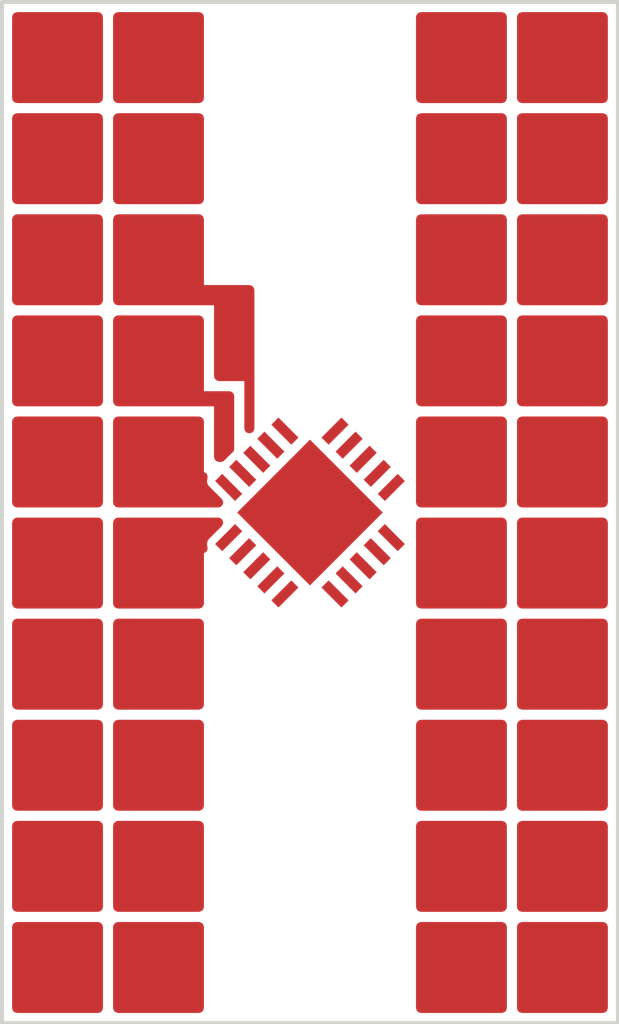
<source format=kicad_pcb>
(kicad_pcb (version 20221018) (generator pcbnew)
  (layers (0 "F.Cu" signal) (31 "B.Cu" signal) (34 "B.Paste" user) (35 "F.Paste" user) (36 "B.SilkS" user "B.Silkscreen") (37 "F.SilkS" user "F.Silkscreen") (38 "B.Mask" user) (39 "F.Mask" user) (44 "Edge.Cuts" user))
  (net 0 "")
  (footprint "footprints:WQFN20_RRQ_TEX-L" (layer "F.Cu") (at 127 87.63 -45)
    (fp_text reference "REF**" hide)
    (fp_text value "WQFN20_RRQ_TEX")
    (pad "1" smd rect (at -1.8923 -1.000252 45) (size 0.254 0.7112) (layers "F.Cu" "F.Paste" "F.Mask"))
    (pad "2" smd rect (at -1.8923 -0.500126 45) (size 0.254 0.7112) (layers "F.Cu" "F.Paste" "F.Mask"))
    (pad "3" smd rect (at -1.8923 0 45) (size 0.254 0.7112) (layers "F.Cu" "F.Paste" "F.Mask"))
    (pad "4" smd rect (at -1.8923 0.500126 45) (size 0.254 0.7112) (layers "F.Cu" "F.Paste" "F.Mask"))
    (pad "5" smd rect (at -1.8923 1.000252 45) (size 0.254 0.7112) (layers "F.Cu" "F.Paste" "F.Mask"))
    (pad "6" smd rect (at -1.000252 1.8923 315) (size 0.254 0.7112) (layers "F.Cu" "F.Paste" "F.Mask"))
    (pad "7" smd rect (at -0.500126 1.8923 315) (size 0.254 0.7112) (layers "F.Cu" "F.Paste" "F.Mask"))
    (pad "8" smd rect (at 0 1.8923 315) (size 0.254 0.7112) (layers "F.Cu" "F.Paste" "F.Mask"))
    (pad "9" smd rect (at 0.500126 1.8923 315) (size 0.254 0.7112) (layers "F.Cu" "F.Paste" "F.Mask"))
    (pad "10" smd rect (at 1.000252 1.8923 315) (size 0.254 0.7112) (layers "F.Cu" "F.Paste" "F.Mask"))
    (pad "11" smd rect (at 1.8923 1.000252 45) (size 0.254 0.7112) (layers "F.Cu" "F.Paste" "F.Mask"))
    (pad "12" smd rect (at 1.8923 0.500126 45) (size 0.254 0.7112) (layers "F.Cu" "F.Paste" "F.Mask"))
    (pad "13" smd rect (at 1.8923 0 45) (size 0.254 0.7112) (layers "F.Cu" "F.Paste" "F.Mask"))
    (pad "14" smd rect (at 1.8923 -0.500126 45) (size 0.254 0.7112) (layers "F.Cu" "F.Paste" "F.Mask"))
    (pad "15" smd rect (at 1.8923 -1.000252 45) (size 0.254 0.7112) (layers "F.Cu" "F.Paste" "F.Mask"))
    (pad "16" smd rect (at 1.000252 -1.8923 315) (size 0.254 0.7112) (layers "F.Cu" "F.Paste" "F.Mask"))
    (pad "17" smd rect (at 0.500126 -1.8923 315) (size 0.254 0.7112) (layers "F.Cu" "F.Paste" "F.Mask"))
    (pad "18" smd rect (at 0 -1.8923 315) (size 0.254 0.7112) (layers "F.Cu" "F.Paste" "F.Mask"))
    (pad "19" smd rect (at -0.500126 -1.8923 315) (size 0.254 0.7112) (layers "F.Cu" "F.Paste" "F.Mask"))
    (pad "20" smd rect (at -1.000252 -1.8923 315) (size 0.254 0.7112) (layers "F.Cu" "F.Paste" "F.Mask"))
    (pad "21" smd rect (at 0 0 315) (size 2.5908 2.5908) (layers "F.Cu" "F.Mask"))
  )
  (gr_rect (start 119.253 74.803) (end 134.747 100.457) (stroke (width 0.1)) (fill none) (layer "Edge.Cuts"))
  (zone (net 0) (net_name "") (layer "F.Cu") (connect_pads (clearance 0.127)) (min_thickness 0.254) (fill yes (thermal_gap 0.508) (thermal_bridge_width 0.508))
    (polygon (pts (xy 131.953 90.043) (xy 129.667 90.043) (xy 129.667 87.757) (xy 131.953 87.757)))
  )
  (zone (net 0) (net_name "") (layer "F.Cu") (connect_pads (clearance 0.127)) (min_thickness 0.254) (fill yes (thermal_gap 0.508) (thermal_bridge_width 0.508))
    (polygon (pts (xy 131.953 79.883) (xy 129.667 79.883) (xy 129.667 77.597) (xy 131.953 77.597)))
  )
  (zone (net 0) (net_name "") (layer "F.Cu") (connect_pads (clearance 0.127)) (min_thickness 0.254) (fill yes (thermal_gap 0.508) (thermal_bridge_width 0.508))
    (polygon (pts (xy 124.333 81.915) (xy 125.603 81.915) (xy 125.603 85.979) (xy 125.984 86.487) (xy 125.857 86.614) (xy 125.349 86.106) (xy 125.349 84.328) (xy 124.587 84.328) (xy 124.587 82.423) (xy 122.047 82.423) (xy 122.047 80.137) (xy 124.333 80.137)))
  )
  (zone (net 0) (net_name "") (layer "F.Cu") (connect_pads (clearance 0.127)) (min_thickness 0.254) (fill yes (thermal_gap 0.508) (thermal_bridge_width 0.508))
    (polygon (pts (xy 131.953 97.663) (xy 129.667 97.663) (xy 129.667 95.377) (xy 131.953 95.377)))
  )
  (zone (net 0) (net_name "") (layer "F.Cu") (connect_pads (clearance 0.127)) (min_thickness 0.254) (fill yes (thermal_gap 0.508) (thermal_bridge_width 0.508))
    (polygon (pts (xy 134.493 95.123) (xy 132.207 95.123) (xy 132.207 92.837) (xy 134.493 92.837)))
  )
  (zone (net 0) (net_name "") (layer "F.Cu") (connect_pads (clearance 0.127)) (min_thickness 0.254) (fill yes (thermal_gap 0.508) (thermal_bridge_width 0.508))
    (polygon (pts (xy 121.793 84.963) (xy 119.507 84.963) (xy 119.507 82.677) (xy 121.793 82.677)))
  )
  (zone (net 0) (net_name "") (layer "F.Cu") (connect_pads (clearance 0.127)) (min_thickness 0.254) (fill yes (thermal_gap 0.508) (thermal_bridge_width 0.508))
    (polygon (pts (xy 121.793 95.123) (xy 119.507 95.123) (xy 119.507 92.837) (xy 121.793 92.837)))
  )
  (zone (net 0) (net_name "") (layer "F.Cu") (connect_pads (clearance 0.127)) (min_thickness 0.254) (fill yes (thermal_gap 0.508) (thermal_bridge_width 0.508))
    (polygon (pts (xy 121.793 79.883) (xy 119.507 79.883) (xy 119.507 77.597) (xy 121.793 77.597)))
  )
  (zone (net 0) (net_name "") (layer "F.Cu") (connect_pads (clearance 0.127)) (min_thickness 0.254) (fill yes (thermal_gap 0.508) (thermal_bridge_width 0.508))
    (polygon (pts (xy 124.968 87.757) (xy 125.349 88.138) (xy 124.841 88.646) (xy 124.333 88.646) (xy 124.333 90.043) (xy 122.047 90.043) (xy 122.047 87.757) (xy 124.333 87.757)))
  )
  (zone (net 0) (net_name "") (layer "F.Cu") (connect_pads (clearance 0.127)) (min_thickness 0.254) (fill yes (thermal_gap 0.508) (thermal_bridge_width 0.508))
    (polygon (pts (xy 134.493 87.503) (xy 132.207 87.503) (xy 132.207 85.217) (xy 134.493 85.217)))
  )
  (zone (net 0) (net_name "") (layer "F.Cu") (connect_pads (clearance 0.127)) (min_thickness 0.254) (fill yes (thermal_gap 0.508) (thermal_bridge_width 0.508))
    (polygon (pts (xy 124.333 77.343) (xy 122.047 77.343) (xy 122.047 75.057) (xy 124.333 75.057)))
  )
  (zone (net 0) (net_name "") (layer "F.Cu") (connect_pads (clearance 0.127)) (min_thickness 0.254) (fill yes (thermal_gap 0.508) (thermal_bridge_width 0.508))
    (polygon (pts (xy 131.953 82.423) (xy 129.667 82.423) (xy 129.667 80.137) (xy 131.953 80.137)))
  )
  (zone (net 0) (net_name "") (layer "F.Cu") (connect_pads (clearance 0.127)) (min_thickness 0.254) (fill yes (thermal_gap 0.508) (thermal_bridge_width 0.508))
    (polygon (pts (xy 134.493 97.663) (xy 132.207 97.663) (xy 132.207 95.377) (xy 134.493 95.377)))
  )
  (zone (net 0) (net_name "") (layer "F.Cu") (connect_pads (clearance 0.127)) (min_thickness 0.254) (fill yes (thermal_gap 0.508) (thermal_bridge_width 0.508))
    (polygon (pts (xy 131.953 92.583) (xy 129.667 92.583) (xy 129.667 90.297) (xy 131.953 90.297)))
  )
  (zone (net 0) (net_name "") (layer "F.Cu") (connect_pads (clearance 0.127)) (min_thickness 0.254) (fill yes (thermal_gap 0.508) (thermal_bridge_width 0.508))
    (polygon (pts (xy 124.333 79.883) (xy 122.047 79.883) (xy 122.047 77.597) (xy 124.333 77.597)))
  )
  (zone (net 0) (net_name "") (layer "F.Cu") (connect_pads (clearance 0.127)) (min_thickness 0.254) (fill yes (thermal_gap 0.508) (thermal_bridge_width 0.508))
    (polygon (pts (xy 134.493 100.203) (xy 132.207 100.203) (xy 132.207 97.917) (xy 134.493 97.917)))
  )
  (zone (net 0) (net_name "") (layer "F.Cu") (connect_pads (clearance 0.127)) (min_thickness 0.254) (fill yes (thermal_gap 0.508) (thermal_bridge_width 0.508))
    (polygon (pts (xy 131.953 87.503) (xy 129.667 87.503) (xy 129.667 85.217) (xy 131.953 85.217)))
  )
  (zone (net 0) (net_name "") (layer "F.Cu") (connect_pads (clearance 0.127)) (min_thickness 0.254) (fill yes (thermal_gap 0.508) (thermal_bridge_width 0.508))
    (polygon (pts (xy 134.493 79.883) (xy 132.207 79.883) (xy 132.207 77.597) (xy 134.493 77.597)))
  )
  (zone (net 0) (net_name "") (layer "F.Cu") (connect_pads (clearance 0.127)) (min_thickness 0.254) (fill yes (thermal_gap 0.508) (thermal_bridge_width 0.508))
    (polygon (pts (xy 124.333 95.123) (xy 122.047 95.123) (xy 122.047 92.837) (xy 124.333 92.837)))
  )
  (zone (net 0) (net_name "") (layer "F.Cu") (connect_pads (clearance 0.127)) (min_thickness 0.254) (fill yes (thermal_gap 0.508) (thermal_bridge_width 0.508))
    (polygon (pts (xy 121.793 97.663) (xy 119.507 97.663) (xy 119.507 95.377) (xy 121.793 95.377)))
  )
  (zone (net 0) (net_name "") (layer "F.Cu") (connect_pads (clearance 0.127)) (min_thickness 0.254) (fill yes (thermal_gap 0.508) (thermal_bridge_width 0.508))
    (polygon (pts (xy 131.953 95.123) (xy 129.667 95.123) (xy 129.667 92.837) (xy 131.953 92.837)))
  )
  (zone (net 0) (net_name "") (layer "F.Cu") (connect_pads (clearance 0.127)) (min_thickness 0.254) (fill yes (thermal_gap 0.508) (thermal_bridge_width 0.508))
    (polygon (pts (xy 124.333 86.614) (xy 124.841 86.614) (xy 125.349 87.122) (xy 124.968 87.503) (xy 124.46 87.503) (xy 122.047 87.503) (xy 122.047 85.217) (xy 124.333 85.217)))
  )
  (zone (net 0) (net_name "") (layer "F.Cu") (connect_pads (clearance 0.127)) (min_thickness 0.254) (fill yes (thermal_gap 0.508) (thermal_bridge_width 0.508))
    (polygon (pts (xy 121.793 92.583) (xy 119.507 92.583) (xy 119.507 90.297) (xy 121.793 90.297)))
  )
  (zone (net 0) (net_name "") (layer "F.Cu") (connect_pads (clearance 0.127)) (min_thickness 0.254) (fill yes (thermal_gap 0.508) (thermal_bridge_width 0.508))
    (polygon (pts (xy 134.493 82.423) (xy 132.207 82.423) (xy 132.207 80.137) (xy 134.493 80.137)))
  )
  (zone (net 0) (net_name "") (layer "F.Cu") (connect_pads (clearance 0.127)) (min_thickness 0.254) (fill yes (thermal_gap 0.508) (thermal_bridge_width 0.508))
    (polygon (pts (xy 121.793 87.503) (xy 119.507 87.503) (xy 119.507 85.217) (xy 121.793 85.217)))
  )
  (zone (net 0) (net_name "") (layer "F.Cu") (connect_pads (clearance 0.127)) (min_thickness 0.254) (fill yes (thermal_gap 0.508) (thermal_bridge_width 0.508))
    (polygon (pts (xy 121.793 90.043) (xy 119.507 90.043) (xy 119.507 87.757) (xy 121.793 87.757)))
  )
  (zone (net 0) (net_name "") (layer "F.Cu") (connect_pads (clearance 0.127)) (min_thickness 0.254) (fill yes (thermal_gap 0.508) (thermal_bridge_width 0.508))
    (polygon (pts (xy 124.333 100.203) (xy 122.047 100.203) (xy 122.047 97.917) (xy 124.333 97.917)))
  )
  (zone (net 0) (net_name "") (layer "F.Cu") (connect_pads (clearance 0.127)) (min_thickness 0.254) (fill yes (thermal_gap 0.508) (thermal_bridge_width 0.508))
    (polygon (pts (xy 134.493 77.343) (xy 132.207 77.343) (xy 132.207 75.057) (xy 134.493 75.057)))
  )
  (zone (net 0) (net_name "") (layer "F.Cu") (connect_pads (clearance 0.127)) (min_thickness 0.254) (fill yes (thermal_gap 0.508) (thermal_bridge_width 0.508))
    (polygon (pts (xy 131.953 100.203) (xy 129.667 100.203) (xy 129.667 97.917) (xy 131.953 97.917)))
  )
  (zone (net 0) (net_name "") (layer "F.Cu") (connect_pads (clearance 0.127)) (min_thickness 0.254) (fill yes (thermal_gap 0.508) (thermal_bridge_width 0.508))
    (polygon (pts (xy 121.793 77.343) (xy 119.507 77.343) (xy 119.507 75.057) (xy 121.793 75.057)))
  )
  (zone (net 0) (net_name "") (layer "F.Cu") (connect_pads (clearance 0.127)) (min_thickness 0.254) (fill yes (thermal_gap 0.508) (thermal_bridge_width 0.508))
    (polygon (pts (xy 121.793 100.203) (xy 119.507 100.203) (xy 119.507 97.917) (xy 121.793 97.917)))
  )
  (zone (net 0) (net_name "") (layer "F.Cu") (connect_pads (clearance 0.127)) (min_thickness 0.254) (fill yes (thermal_gap 0.508) (thermal_bridge_width 0.508))
    (polygon (pts (xy 124.333 97.663) (xy 122.047 97.663) (xy 122.047 95.377) (xy 124.333 95.377)))
  )
  (zone (net 0) (net_name "") (layer "F.Cu") (connect_pads (clearance 0.127)) (min_thickness 0.254) (fill yes (thermal_gap 0.508) (thermal_bridge_width 0.508))
    (polygon (pts (xy 131.953 77.343) (xy 129.667 77.343) (xy 129.667 75.057) (xy 131.953 75.057)))
  )
  (zone (net 0) (net_name "") (layer "F.Cu") (connect_pads (clearance 0.127)) (min_thickness 0.254) (fill yes (thermal_gap 0.508) (thermal_bridge_width 0.508))
    (polygon (pts (xy 124.333 92.583) (xy 122.047 92.583) (xy 122.047 90.297) (xy 124.333 90.297)))
  )
  (zone (net 0) (net_name "") (layer "F.Cu") (connect_pads (clearance 0.127)) (min_thickness 0.254) (fill yes (thermal_gap 0.508) (thermal_bridge_width 0.508))
    (polygon (pts (xy 131.953 84.963) (xy 129.667 84.963) (xy 129.667 82.677) (xy 131.953 82.677)))
  )
  (zone (net 0) (net_name "") (layer "F.Cu") (connect_pads (clearance 0.127)) (min_thickness 0.254) (fill yes (thermal_gap 0.508) (thermal_bridge_width 0.508))
    (polygon (pts (xy 134.493 90.043) (xy 132.207 90.043) (xy 132.207 87.757) (xy 134.493 87.757)))
  )
  (zone (net 0) (net_name "") (layer "F.Cu") (connect_pads (clearance 0.127)) (min_thickness 0.254) (fill yes (thermal_gap 0.508) (thermal_bridge_width 0.508))
    (polygon (pts (xy 134.493 84.963) (xy 132.207 84.963) (xy 132.207 82.677) (xy 134.493 82.677)))
  )
  (zone (net 0) (net_name "") (layer "F.Cu") (connect_pads (clearance 0.127)) (min_thickness 0.254) (fill yes (thermal_gap 0.508) (thermal_bridge_width 0.508))
    (polygon (pts (xy 134.493 92.583) (xy 132.207 92.583) (xy 132.207 90.297) (xy 134.493 90.297)))
  )
  (zone (net 0) (net_name "") (layer "F.Cu") (connect_pads (clearance 0.127)) (min_thickness 0.254) (fill yes (thermal_gap 0.508) (thermal_bridge_width 0.508))
    (polygon (pts (xy 121.793 82.423) (xy 119.507 82.423) (xy 119.507 80.137) (xy 121.793 80.137)))
  )
  (zone (net 0) (net_name "") (layer "F.Cu") (connect_pads (clearance 0.127)) (min_thickness 0.254) (fill yes (thermal_gap 0.508) (thermal_bridge_width 0.508))
    (polygon (pts (xy 124.333 84.582) (xy 125.095 84.582) (xy 125.095 86.233) (xy 125.73 86.868) (xy 125.476 86.995) (xy 124.841 86.36) (xy 124.587 86.36) (xy 124.587 84.963) (xy 122.047 84.963) (xy 122.047 82.677) (xy 124.333 82.677)))
  )
)
</source>
